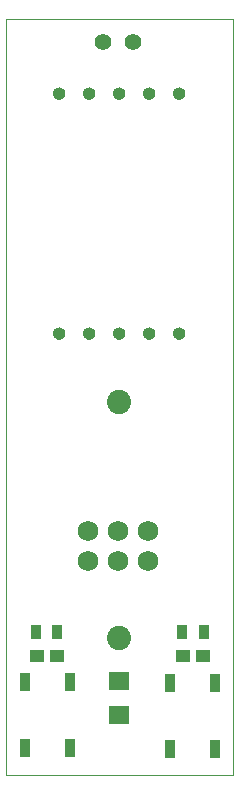
<source format=gts>
G75*
%MOIN*%
%OFA0B0*%
%FSLAX25Y25*%
%IPPOS*%
%LPD*%
%AMOC8*
5,1,8,0,0,1.08239X$1,22.5*
%
%ADD10C,0.00000*%
%ADD11C,0.08077*%
%ADD12R,0.06699X0.05912*%
%ADD13R,0.04731X0.04337*%
%ADD14C,0.05550*%
%ADD15C,0.00500*%
%ADD16C,0.06800*%
%ADD17R,0.03550X0.05124*%
%ADD18R,0.03400X0.06400*%
D10*
X0007386Y0001800D02*
X0007386Y0253769D01*
X0083173Y0253769D01*
X0083173Y0001800D01*
X0007386Y0001800D01*
D11*
X0045103Y0047351D03*
X0045103Y0126091D03*
D12*
X0045221Y0033020D03*
X0045221Y0021997D03*
D13*
X0024512Y0041524D03*
X0017819Y0041524D03*
X0066480Y0041524D03*
X0073173Y0041524D03*
D14*
X0049945Y0246328D03*
X0039945Y0246328D03*
D15*
X0035593Y0230659D02*
X0035211Y0230705D01*
X0034835Y0230662D01*
X0034477Y0230537D01*
X0034157Y0230336D01*
X0033889Y0230068D01*
X0033688Y0229748D01*
X0033563Y0229391D01*
X0033521Y0229015D01*
X0033562Y0228632D01*
X0033687Y0228267D01*
X0033890Y0227940D01*
X0034160Y0227666D01*
X0034485Y0227459D01*
X0034848Y0227330D01*
X0035231Y0227285D01*
X0035607Y0227327D01*
X0035964Y0227452D01*
X0036284Y0227653D01*
X0036552Y0227921D01*
X0036753Y0228241D01*
X0036878Y0228599D01*
X0036921Y0228975D01*
X0036880Y0229358D01*
X0036755Y0229722D01*
X0036552Y0230049D01*
X0036281Y0230323D01*
X0035956Y0230530D01*
X0035593Y0230659D01*
X0035713Y0230617D02*
X0034704Y0230617D01*
X0033939Y0230118D02*
X0036484Y0230118D01*
X0036790Y0229620D02*
X0033643Y0229620D01*
X0033533Y0229121D02*
X0036905Y0229121D01*
X0036881Y0228623D02*
X0033565Y0228623D01*
X0033776Y0228124D02*
X0036680Y0228124D01*
X0036240Y0227626D02*
X0034224Y0227626D01*
X0026878Y0228599D02*
X0026921Y0228975D01*
X0026880Y0229358D01*
X0026755Y0229722D01*
X0026552Y0230049D01*
X0026281Y0230323D01*
X0025956Y0230530D01*
X0025593Y0230659D01*
X0025211Y0230705D01*
X0024835Y0230662D01*
X0024477Y0230537D01*
X0024157Y0230336D01*
X0023889Y0230068D01*
X0023688Y0229748D01*
X0023563Y0229391D01*
X0023521Y0229015D01*
X0023562Y0228632D01*
X0023687Y0228267D01*
X0023890Y0227940D01*
X0024160Y0227666D01*
X0024485Y0227459D01*
X0024848Y0227330D01*
X0025231Y0227285D01*
X0025607Y0227327D01*
X0025964Y0227452D01*
X0026284Y0227653D01*
X0026552Y0227921D01*
X0026753Y0228241D01*
X0026878Y0228599D01*
X0026881Y0228623D02*
X0023565Y0228623D01*
X0023533Y0229121D02*
X0026905Y0229121D01*
X0026790Y0229620D02*
X0023643Y0229620D01*
X0023939Y0230118D02*
X0026484Y0230118D01*
X0025713Y0230617D02*
X0024704Y0230617D01*
X0023776Y0228124D02*
X0026680Y0228124D01*
X0026240Y0227626D02*
X0024224Y0227626D01*
X0043521Y0229015D02*
X0043562Y0228632D01*
X0043687Y0228267D01*
X0043890Y0227940D01*
X0044160Y0227666D01*
X0044485Y0227459D01*
X0044848Y0227330D01*
X0045231Y0227285D01*
X0045607Y0227327D01*
X0045964Y0227452D01*
X0046284Y0227653D01*
X0046552Y0227921D01*
X0046753Y0228241D01*
X0046878Y0228599D01*
X0046921Y0228975D01*
X0046880Y0229358D01*
X0046755Y0229722D01*
X0046552Y0230049D01*
X0046281Y0230323D01*
X0045956Y0230530D01*
X0045593Y0230659D01*
X0045211Y0230705D01*
X0044835Y0230662D01*
X0044477Y0230537D01*
X0044157Y0230336D01*
X0043889Y0230068D01*
X0043688Y0229748D01*
X0043563Y0229391D01*
X0043521Y0229015D01*
X0043533Y0229121D02*
X0046905Y0229121D01*
X0046881Y0228623D02*
X0043565Y0228623D01*
X0043776Y0228124D02*
X0046680Y0228124D01*
X0046240Y0227626D02*
X0044224Y0227626D01*
X0043643Y0229620D02*
X0046790Y0229620D01*
X0046484Y0230118D02*
X0043939Y0230118D01*
X0044704Y0230617D02*
X0045713Y0230617D01*
X0053563Y0229391D02*
X0053521Y0229015D01*
X0053562Y0228632D01*
X0053687Y0228267D01*
X0053890Y0227940D01*
X0054160Y0227666D01*
X0054485Y0227459D01*
X0054848Y0227330D01*
X0055231Y0227285D01*
X0055607Y0227327D01*
X0055964Y0227452D01*
X0056284Y0227653D01*
X0056552Y0227921D01*
X0056753Y0228241D01*
X0056878Y0228599D01*
X0056921Y0228975D01*
X0056880Y0229358D01*
X0056755Y0229722D01*
X0056552Y0230049D01*
X0056281Y0230323D01*
X0055956Y0230530D01*
X0055593Y0230659D01*
X0055211Y0230705D01*
X0054835Y0230662D01*
X0054477Y0230537D01*
X0054157Y0230336D01*
X0053889Y0230068D01*
X0053688Y0229748D01*
X0053563Y0229391D01*
X0053643Y0229620D02*
X0056790Y0229620D01*
X0056905Y0229121D02*
X0053533Y0229121D01*
X0053565Y0228623D02*
X0056881Y0228623D01*
X0056680Y0228124D02*
X0053776Y0228124D01*
X0054224Y0227626D02*
X0056240Y0227626D01*
X0056484Y0230118D02*
X0053939Y0230118D01*
X0054704Y0230617D02*
X0055713Y0230617D01*
X0063563Y0229391D02*
X0063521Y0229015D01*
X0063562Y0228632D01*
X0063687Y0228267D01*
X0063890Y0227940D01*
X0064160Y0227666D01*
X0064485Y0227459D01*
X0064848Y0227330D01*
X0065231Y0227285D01*
X0065607Y0227327D01*
X0065964Y0227452D01*
X0066284Y0227653D01*
X0066552Y0227921D01*
X0066753Y0228241D01*
X0066878Y0228599D01*
X0066921Y0228975D01*
X0066880Y0229358D01*
X0066755Y0229722D01*
X0066552Y0230049D01*
X0066281Y0230323D01*
X0065956Y0230530D01*
X0065593Y0230659D01*
X0065211Y0230705D01*
X0064835Y0230662D01*
X0064477Y0230537D01*
X0064157Y0230336D01*
X0063889Y0230068D01*
X0063688Y0229748D01*
X0063563Y0229391D01*
X0063643Y0229620D02*
X0066790Y0229620D01*
X0066905Y0229121D02*
X0063533Y0229121D01*
X0063565Y0228623D02*
X0066881Y0228623D01*
X0066680Y0228124D02*
X0063776Y0228124D01*
X0064224Y0227626D02*
X0066240Y0227626D01*
X0066484Y0230118D02*
X0063939Y0230118D01*
X0064704Y0230617D02*
X0065713Y0230617D01*
X0065211Y0150705D02*
X0064835Y0150662D01*
X0064477Y0150537D01*
X0064157Y0150336D01*
X0063889Y0150068D01*
X0063688Y0149748D01*
X0063563Y0149391D01*
X0063521Y0149015D01*
X0063562Y0148632D01*
X0063687Y0148267D01*
X0063890Y0147940D01*
X0064160Y0147666D01*
X0064485Y0147459D01*
X0064848Y0147330D01*
X0065231Y0147285D01*
X0065607Y0147327D01*
X0065964Y0147452D01*
X0066284Y0147653D01*
X0066552Y0147921D01*
X0066753Y0148241D01*
X0066878Y0148599D01*
X0066921Y0148975D01*
X0066880Y0149358D01*
X0066755Y0149722D01*
X0066552Y0150049D01*
X0066281Y0150323D01*
X0065956Y0150530D01*
X0065593Y0150659D01*
X0065211Y0150705D01*
X0066229Y0150356D02*
X0064189Y0150356D01*
X0063757Y0149858D02*
X0066670Y0149858D01*
X0066879Y0149359D02*
X0063559Y0149359D01*
X0063537Y0148861D02*
X0066908Y0148861D01*
X0066796Y0148362D02*
X0063654Y0148362D01*
X0063965Y0147864D02*
X0066495Y0147864D01*
X0065716Y0147365D02*
X0064749Y0147365D01*
X0056878Y0148599D02*
X0056921Y0148975D01*
X0056880Y0149358D01*
X0056755Y0149722D01*
X0056552Y0150049D01*
X0056281Y0150323D01*
X0055956Y0150530D01*
X0055593Y0150659D01*
X0055211Y0150705D01*
X0054835Y0150662D01*
X0054477Y0150537D01*
X0054157Y0150336D01*
X0053889Y0150068D01*
X0053688Y0149748D01*
X0053563Y0149391D01*
X0053521Y0149015D01*
X0053562Y0148632D01*
X0053687Y0148267D01*
X0053890Y0147940D01*
X0054160Y0147666D01*
X0054485Y0147459D01*
X0054848Y0147330D01*
X0055231Y0147285D01*
X0055607Y0147327D01*
X0055964Y0147452D01*
X0056284Y0147653D01*
X0056552Y0147921D01*
X0056753Y0148241D01*
X0056878Y0148599D01*
X0056796Y0148362D02*
X0053654Y0148362D01*
X0053537Y0148861D02*
X0056908Y0148861D01*
X0056879Y0149359D02*
X0053559Y0149359D01*
X0053757Y0149858D02*
X0056670Y0149858D01*
X0056229Y0150356D02*
X0054189Y0150356D01*
X0053965Y0147864D02*
X0056495Y0147864D01*
X0055716Y0147365D02*
X0054749Y0147365D01*
X0046878Y0148599D02*
X0046921Y0148975D01*
X0046880Y0149358D01*
X0046755Y0149722D01*
X0046552Y0150049D01*
X0046281Y0150323D01*
X0045956Y0150530D01*
X0045593Y0150659D01*
X0045211Y0150705D01*
X0044835Y0150662D01*
X0044477Y0150537D01*
X0044157Y0150336D01*
X0043889Y0150068D01*
X0043688Y0149748D01*
X0043563Y0149391D01*
X0043521Y0149015D01*
X0043562Y0148632D01*
X0043687Y0148267D01*
X0043890Y0147940D01*
X0044160Y0147666D01*
X0044485Y0147459D01*
X0044848Y0147330D01*
X0045231Y0147285D01*
X0045607Y0147327D01*
X0045964Y0147452D01*
X0046284Y0147653D01*
X0046552Y0147921D01*
X0046753Y0148241D01*
X0046878Y0148599D01*
X0046796Y0148362D02*
X0043654Y0148362D01*
X0043537Y0148861D02*
X0046908Y0148861D01*
X0046879Y0149359D02*
X0043559Y0149359D01*
X0043757Y0149858D02*
X0046670Y0149858D01*
X0046229Y0150356D02*
X0044189Y0150356D01*
X0043965Y0147864D02*
X0046495Y0147864D01*
X0045716Y0147365D02*
X0044749Y0147365D01*
X0036878Y0148599D02*
X0036921Y0148975D01*
X0036880Y0149358D01*
X0036755Y0149722D01*
X0036552Y0150049D01*
X0036281Y0150323D01*
X0035956Y0150530D01*
X0035593Y0150659D01*
X0035211Y0150705D01*
X0034835Y0150662D01*
X0034477Y0150537D01*
X0034157Y0150336D01*
X0033889Y0150068D01*
X0033688Y0149748D01*
X0033563Y0149391D01*
X0033521Y0149015D01*
X0033562Y0148632D01*
X0033687Y0148267D01*
X0033890Y0147940D01*
X0034160Y0147666D01*
X0034485Y0147459D01*
X0034848Y0147330D01*
X0035231Y0147285D01*
X0035607Y0147327D01*
X0035964Y0147452D01*
X0036284Y0147653D01*
X0036552Y0147921D01*
X0036753Y0148241D01*
X0036878Y0148599D01*
X0036796Y0148362D02*
X0033654Y0148362D01*
X0033537Y0148861D02*
X0036908Y0148861D01*
X0036879Y0149359D02*
X0033559Y0149359D01*
X0033757Y0149858D02*
X0036670Y0149858D01*
X0036229Y0150356D02*
X0034189Y0150356D01*
X0033965Y0147864D02*
X0036495Y0147864D01*
X0035716Y0147365D02*
X0034749Y0147365D01*
X0026878Y0148599D02*
X0026921Y0148975D01*
X0026880Y0149358D01*
X0026755Y0149722D01*
X0026552Y0150049D01*
X0026281Y0150323D01*
X0025956Y0150530D01*
X0025593Y0150659D01*
X0025211Y0150705D01*
X0024835Y0150662D01*
X0024477Y0150537D01*
X0024157Y0150336D01*
X0023889Y0150068D01*
X0023688Y0149748D01*
X0023563Y0149391D01*
X0023521Y0149015D01*
X0023562Y0148632D01*
X0023687Y0148267D01*
X0023890Y0147940D01*
X0024160Y0147666D01*
X0024485Y0147459D01*
X0024848Y0147330D01*
X0025231Y0147285D01*
X0025607Y0147327D01*
X0025964Y0147452D01*
X0026284Y0147653D01*
X0026552Y0147921D01*
X0026753Y0148241D01*
X0026878Y0148599D01*
X0026796Y0148362D02*
X0023654Y0148362D01*
X0023537Y0148861D02*
X0026908Y0148861D01*
X0026879Y0149359D02*
X0023559Y0149359D01*
X0023757Y0149858D02*
X0026670Y0149858D01*
X0026229Y0150356D02*
X0024189Y0150356D01*
X0023965Y0147864D02*
X0026495Y0147864D01*
X0025716Y0147365D02*
X0024749Y0147365D01*
D16*
X0034866Y0083020D03*
X0034866Y0073020D03*
X0044866Y0073020D03*
X0044866Y0083020D03*
X0054866Y0083020D03*
X0054866Y0073020D03*
D17*
X0066284Y0049477D03*
X0073370Y0049477D03*
X0024630Y0049398D03*
X0017543Y0049398D03*
D18*
X0013902Y0032800D03*
X0013902Y0010800D03*
X0028902Y0010800D03*
X0028902Y0032800D03*
X0062051Y0032446D03*
X0062051Y0010446D03*
X0077051Y0010446D03*
X0077051Y0032446D03*
M02*

</source>
